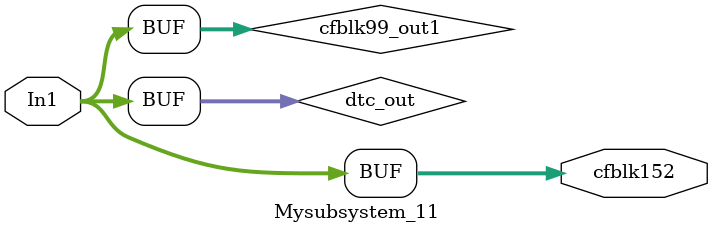
<source format=v>



`timescale 1 ns / 1 ns

module Mysubsystem_11
          (In1,
           cfblk152);


  input   [7:0] In1;  // uint8
  output  [7:0] cfblk152;  // uint8


  wire [7:0] dtc_out;  // ufix8
  wire [7:0] cfblk99_out1;  // uint8


  assign dtc_out = In1;



  assign cfblk99_out1 = dtc_out;



  assign cfblk152 = cfblk99_out1;

endmodule  // Mysubsystem_11


</source>
